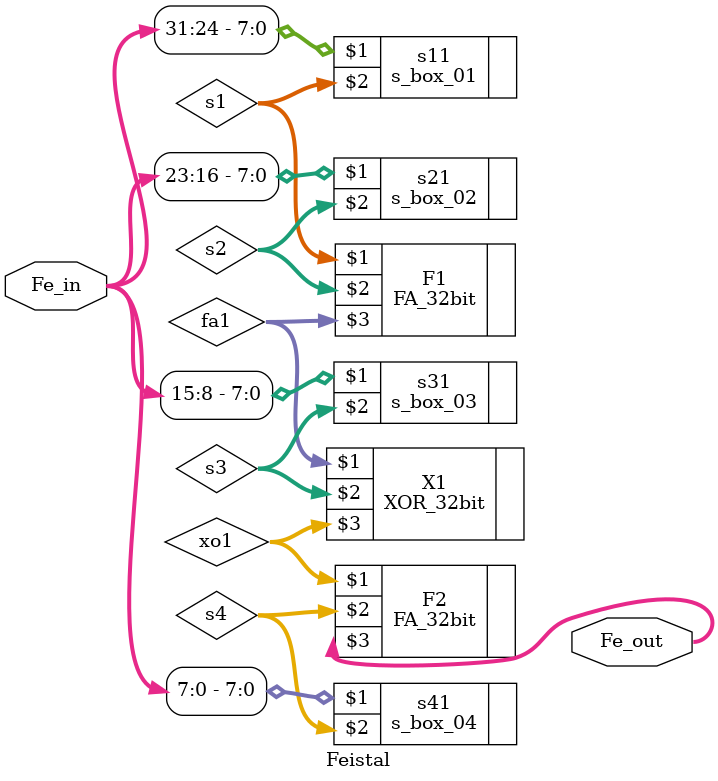
<source format=v>
module Feistal(Fe_in, Fe_out);

input [31:0] Fe_in;
output [31:0] Fe_out;

wire [31:0] s1, s2, s3, s4, fa1, xo1;

s_box_01 s11(Fe_in[31:24],s1);
s_box_02 s21(Fe_in[23:16],s2);
s_box_03 s31(Fe_in[15:8],s3);
s_box_04 s41(Fe_in[7:0],s4);

FA_32bit F1(s1, s2, fa1);
XOR_32bit X1(fa1, s3, xo1);
FA_32bit F2(xo1, s4, Fe_out);

endmodule

</source>
